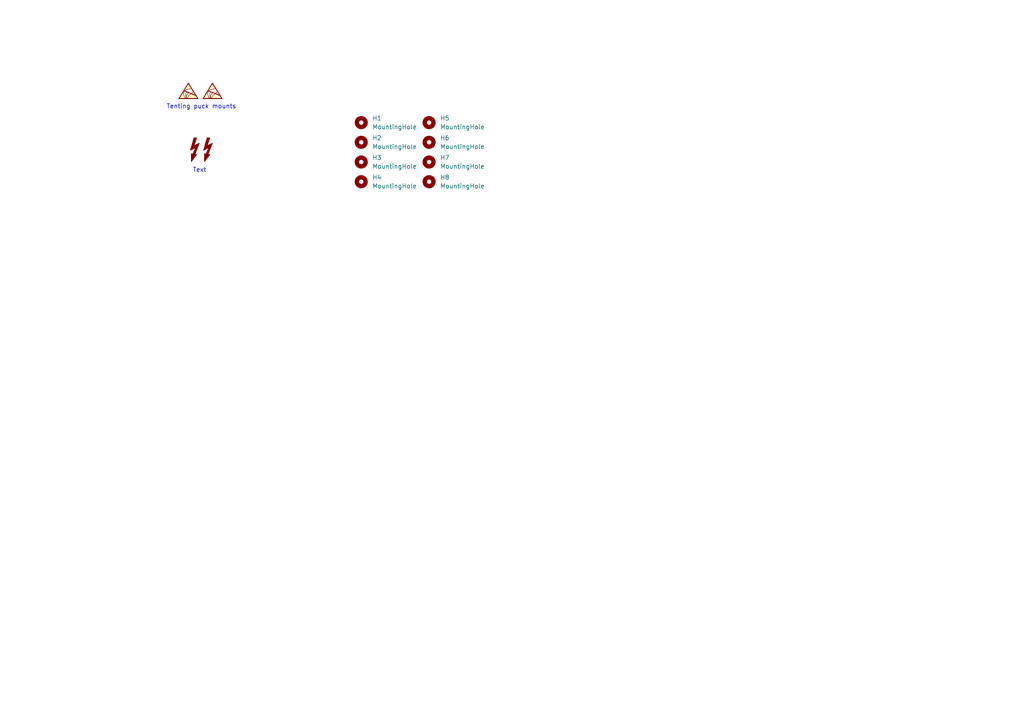
<source format=kicad_sch>
(kicad_sch (version 20230121) (generator eeschema)

  (uuid a42f76e8-4af1-47c2-8650-5cadb04ba763)

  (paper "A4")

  (title_block
    (title "chicklet")
    (date "2023-11-24")
    (rev "3")
    (company "EggsWorks, LLC")
    (comment 1 "github.com/eggsworks/chicklet")
    (comment 2 "a 38-key low profile split keyboard")
    (comment 3 "chicklet v1")
  )

  (lib_symbols
    (symbol "Graphic:SYM_ESD_Small" (in_bom no) (on_board no)
      (property "Reference" "#SYM" (at 0 3.556 0)
        (effects (font (size 1.27 1.27)) hide)
      )
      (property "Value" "SYM_ESD_Small" (at 0 -3.175 0)
        (effects (font (size 1.27 1.27)) hide)
      )
      (property "Footprint" "" (at 0 0.254 0)
        (effects (font (size 1.27 1.27)) hide)
      )
      (property "Datasheet" "~" (at 0 0.254 0)
        (effects (font (size 1.27 1.27)) hide)
      )
      (property "Sim.Enable" "0" (at 0 0 0)
        (effects (font (size 1.27 1.27)) hide)
      )
      (property "ki_keywords" "symbol ESD" (at 0 0 0)
        (effects (font (size 1.27 1.27)) hide)
      )
      (property "ki_description" "ESD warning/\"Do not touch\" symbol, small" (at 0 0 0)
        (effects (font (size 1.27 1.27)) hide)
      )
      (symbol "SYM_ESD_Small_0_0"
        (polyline
          (pts
            (xy -1.27 0.381)
            (xy 2.159 -1.016)
          )
          (stroke (width 0.254) (type default))
          (fill (type none))
        )
        (polyline
          (pts
            (xy -2.667 -1.905)
            (xy 2.794 -1.905)
            (xy 0 2.54)
            (xy -2.667 -1.905)
          )
          (stroke (width 0.254) (type default))
          (fill (type none))
        )
        (polyline
          (pts
            (xy 2.7432 -1.905)
            (xy 2.7178 -1.8796)
            (xy 2.6162 -1.6764)
            (xy 2.5654 -1.6002)
            (xy 2.4892 -1.4986)
            (xy 2.4384 -1.3716)
            (xy 1.7526 -0.2286)
            (xy 1.7018 -0.127)
            (xy 1.6256 -0.0508)
            (xy 1.6002 0.0508)
            (xy 1.5494 0.1016)
            (xy 1.4986 0.2032)
            (xy 1.4732 0.2286)
            (xy 1.4732 0.2032)
            (xy 1.4478 0.2032)
            (xy 1.3208 0.0762)
            (xy 1.2954 0.0254)
            (xy 1.2954 -0.0254)
            (xy 1.27 -0.0762)
            (xy 1.2446 -0.1524)
            (xy 1.143 -0.254)
            (xy 1.0922 -0.3302)
            (xy 1.0414 -0.3556)
            (xy 0.9144 -0.4826)
            (xy 0.762 -0.5842)
            (xy 0.6604 -0.6604)
            (xy 0.508 -0.762)
            (xy 0.4572 -0.8128)
            (xy 0.3556 -0.8636)
            (xy 0.3048 -0.9144)
            (xy 0.2286 -0.9652)
            (xy 0.0762 -1.1938)
            (xy 0.0254 -1.2954)
            (xy -0.0254 -1.4224)
            (xy -0.0508 -1.4986)
            (xy -0.1016 -1.5748)
            (xy -0.127 -1.651)
            (xy -0.1778 -1.6764)
            (xy -0.2032 -1.7272)
            (xy -0.254 -1.7526)
            (xy -0.4064 -1.7526)
            (xy -0.4064 -1.7272)
            (xy -0.4572 -1.7018)
            (xy -0.4826 -1.6256)
            (xy -0.508 -1.524)
            (xy -0.508 -1.0922)
            (xy -0.4572 -0.889)
            (xy -0.4064 -0.8128)
            (xy -0.254 -0.6604)
            (xy -0.2032 -0.5842)
            (xy -0.127 -0.5334)
            (xy -0.1016 -0.4826)
            (xy -0.0762 -0.4064)
            (xy -0.0508 -0.3556)
            (xy -0.0254 -0.3302)
            (xy -0.0254 -0.2794)
            (xy 0 -0.2286)
            (xy -0.0762 -0.1524)
            (xy -0.127 -0.127)
            (xy -0.1524 -0.0762)
            (xy -0.2032 -0.0508)
            (xy -0.2286 -0.0254)
            (xy -0.254 -0.0254)
            (xy -0.3048 -0.0762)
            (xy -0.3556 -0.1016)
            (xy -0.4318 -0.127)
            (xy -0.4826 -0.1524)
            (xy -0.5588 -0.2286)
            (xy -0.6096 -0.254)
            (xy -0.8382 -0.4826)
            (xy -0.8128 -0.5588)
            (xy -0.7874 -0.5842)
            (xy -0.7874 -0.8636)
            (xy -0.8128 -0.889)
            (xy -0.8128 -0.9652)
            (xy -0.762 -1.016)
            (xy -0.762 -1.0414)
            (xy -0.6604 -1.2954)
            (xy -0.6604 -1.5748)
            (xy -0.6858 -1.6002)
            (xy -0.6858 -1.6256)
            (xy -0.7366 -1.7018)
            (xy -0.8382 -1.7526)
            (xy -0.9144 -1.7526)
            (xy -0.9398 -1.7272)
            (xy -0.9652 -1.6764)
            (xy -1.016 -1.6002)
            (xy -1.0414 -1.524)
            (xy -1.143 -1.27)
            (xy -1.2192 -1.0414)
            (xy -1.27 -0.9652)
            (xy -1.2954 -0.889)
            (xy -1.3208 -0.8382)
            (xy -1.3208 -0.8128)
            (xy -1.3716 -0.7112)
            (xy -1.397 -0.5842)
            (xy -1.397 -0.4826)
            (xy -1.3716 -0.381)
            (xy -1.3208 -0.254)
            (xy -1.2954 -0.2032)
            (xy -1.1938 -0.0508)
            (xy -1.0414 0.1524)
            (xy -0.9906 0.2032)
            (xy -0.9652 0.254)
            (xy -0.9144 0.3302)
            (xy -0.889 0.381)
            (xy -0.8636 0.381)
            (xy -0.8128 0.508)
            (xy -0.6096 0.7112)
            (xy -0.5334 0.7366)
            (xy -0.508 0.762)
            (xy -0.4318 0.762)
            (xy -0.3556 0.7874)
            (xy -0.2286 0.8128)
            (xy -0.1016 0.8128)
            (xy 0.0508 0.8382)
            (xy 0.2032 0.8382)
            (xy 0.3048 0.8636)
            (xy 0.4826 0.8636)
            (xy 0.5334 0.889)
            (xy 0.5842 0.889)
            (xy 0.6858 0.9398)
            (xy 0.7112 0.9652)
            (xy 0.762 0.9906)
            (xy 0.8128 1.0414)
            (xy 0.8636 1.0668)
            (xy 0.889 1.1176)
            (xy 0.9144 1.143)
            (xy 0.9144 1.1938)
            (xy 0.889 1.2192)
            (xy 0.8636 1.27)
            (xy 0.8128 1.3462)
            (xy 0.7112 1.5494)
            (xy 0.635 1.651)
            (xy 0.5842 1.7526)
            (xy 0.508 1.8796)
            (xy 0.4572 1.9558)
            (xy 0.381 2.0828)
            (xy 0.3048 2.1844)
            (xy 0.254 2.286)
            (xy 0.2032 2.3622)
            (xy 0.1778 2.4384)
            (xy 0.1016 2.5146)
            (xy 0.1016 2.54)
            (xy 0.0762 2.5654)
            (xy 0.0762 2.5908)
            (xy 0.0254 2.5908)
            (xy 0.0254 2.5654)
            (xy -0.0254 2.5146)
            (xy -0.1016 2.3622)
            (xy -0.254 2.1336)
            (xy -0.3048 2.032)
            (xy -0.4572 1.778)
            (xy -0.5588 1.6256)
            (xy -0.762 1.27)
            (xy -0.889 1.0668)
            (xy -1.016 0.8382)
            (xy -1.1684 0.6096)
            (xy -1.3208 0.3302)
            (xy -1.397 0.2032)
            (xy -1.524 -0.0254)
            (xy -1.778 -0.4318)
            (xy -1.8796 -0.635)
            (xy -2.0066 -0.8128)
            (xy -2.1082 -0.9906)
            (xy -2.2098 -1.143)
            (xy -2.286 -1.2954)
            (xy -2.4384 -1.5494)
            (xy -2.4892 -1.651)
            (xy -2.5654 -1.7526)
            (xy -2.5908 -1.8288)
            (xy -2.6162 -1.8796)
            (xy -2.6416 -1.905)
            (xy -2.6416 -1.9304)
            (xy 2.7432 -1.9304)
            (xy 2.7432 -1.905)
          )
          (stroke (width 0.127) (type default))
          (fill (type background))
        )
      )
    )
    (symbol "Graphic:SYM_Flash_Small" (in_bom no) (on_board no)
      (property "Reference" "#SYM" (at -2.286 0 90)
        (effects (font (size 1.27 1.27)) hide)
      )
      (property "Value" "SYM_Flash_Small" (at 2.286 0 90)
        (effects (font (size 1.27 1.27)) hide)
      )
      (property "Footprint" "" (at 0 -0.635 0)
        (effects (font (size 1.27 1.27)) hide)
      )
      (property "Datasheet" "~" (at 10.16 -2.54 0)
        (effects (font (size 1.27 1.27)) hide)
      )
      (property "Sim.Enable" "0" (at 0 0 0)
        (effects (font (size 1.27 1.27)) hide)
      )
      (property "ki_keywords" "graphic symbol flash VAC 220VAC 110VAC power" (at 0 0 0)
        (effects (font (size 1.27 1.27)) hide)
      )
      (property "ki_description" "Flash symbol, small" (at 0 0 0)
        (effects (font (size 1.27 1.27)) hide)
      )
      (symbol "SYM_Flash_Small_0_1"
        (polyline
          (pts
            (xy 0.508 -1.016)
            (xy -1.016 -0.762)
            (xy -1.016 -3.048)
            (xy 0.508 -1.016)
          )
          (stroke (width 0.2032) (type default))
          (fill (type outline))
        )
        (polyline
          (pts
            (xy -0.254 3.81)
            (xy 0.508 3.81)
            (xy -0.254 1.524)
            (xy 1.27 2.286)
            (xy 0 -1.016)
            (xy -0.508 -0.762)
            (xy 0.254 1.016)
            (xy -1.27 0.254)
            (xy -0.254 3.81)
          )
          (stroke (width 0.2032) (type default))
          (fill (type outline))
        )
      )
    )
    (symbol "Mechanical:MountingHole" (pin_names (offset 1.016)) (in_bom yes) (on_board yes)
      (property "Reference" "H" (at 0 5.08 0)
        (effects (font (size 1.27 1.27)))
      )
      (property "Value" "MountingHole" (at 0 3.175 0)
        (effects (font (size 1.27 1.27)))
      )
      (property "Footprint" "" (at 0 0 0)
        (effects (font (size 1.27 1.27)) hide)
      )
      (property "Datasheet" "~" (at 0 0 0)
        (effects (font (size 1.27 1.27)) hide)
      )
      (property "ki_keywords" "mounting hole" (at 0 0 0)
        (effects (font (size 1.27 1.27)) hide)
      )
      (property "ki_description" "Mounting Hole without connection" (at 0 0 0)
        (effects (font (size 1.27 1.27)) hide)
      )
      (property "ki_fp_filters" "MountingHole*" (at 0 0 0)
        (effects (font (size 1.27 1.27)) hide)
      )
      (symbol "MountingHole_0_1"
        (circle (center 0 0) (radius 1.27)
          (stroke (width 1.27) (type default))
          (fill (type none))
        )
      )
    )
  )


  (text "Text\n" (at 55.88 50.165 0)
    (effects (font (size 1.27 1.27)) (justify left bottom))
    (uuid 6a38694b-3189-4819-ab09-4216daa333bf)
  )
  (text "Tenting puck mounts" (at 48.26 31.75 0)
    (effects (font (size 1.27 1.27)) (justify left bottom))
    (uuid 9779024b-07e3-447b-93e9-08df7b45570f)
  )

  (symbol (lib_id "Graphic:SYM_ESD_Small") (at 61.595 26.67 0) (unit 1)
    (in_bom no) (on_board yes) (dnp no) (fields_autoplaced)
    (uuid 25da69d9-0d59-4398-8a2e-1f0ab7e14376)
    (property "Reference" "#TP2" (at 59.309 26.67 90)
      (effects (font (size 1.27 1.27)) hide)
    )
    (property "Value" "SYM_Flash_Small" (at 63.881 26.67 90)
      (effects (font (size 1.27 1.27)) hide)
    )
    (property "Footprint" "chicklet-v1:Tenting_Puck" (at 61.595 26.416 0)
      (effects (font (size 1.27 1.27)) hide)
    )
    (property "Datasheet" "~" (at 61.595 26.416 0)
      (effects (font (size 1.27 1.27)) hide)
    )
    (property "Sim.Enable" "0" (at 61.595 26.67 0)
      (effects (font (size 1.27 1.27)) hide)
    )
    (instances
      (project "chicklet-v1"
        (path "/d23fbe98-d5e8-4416-9535-f408b7add0ef/268a93e8-fa23-43a8-af13-b9fb3dc1a806"
          (reference "#TP2") (unit 1)
        )
      )
    )
  )

  (symbol (lib_id "Graphic:SYM_Flash_Small") (at 60.325 43.815 0) (unit 1)
    (in_bom no) (on_board yes) (dnp no) (fields_autoplaced)
    (uuid 2880af9e-8483-44c3-9313-60cd0f983fb4)
    (property "Reference" "#SYM2" (at 58.039 43.815 90)
      (effects (font (size 1.27 1.27)) hide)
    )
    (property "Value" "SYM_Flash_Small" (at 62.611 43.815 90)
      (effects (font (size 1.27 1.27)) hide)
    )
    (property "Footprint" "chicklet-v1:egg58url" (at 60.325 44.45 0)
      (effects (font (size 1.27 1.27)) hide)
    )
    (property "Datasheet" "~" (at 70.485 46.355 0)
      (effects (font (size 1.27 1.27)) hide)
    )
    (property "Sim.Enable" "0" (at 60.325 43.815 0)
      (effects (font (size 1.27 1.27)) hide)
    )
    (instances
      (project "chicklet-v1"
        (path "/d23fbe98-d5e8-4416-9535-f408b7add0ef/268a93e8-fa23-43a8-af13-b9fb3dc1a806"
          (reference "#SYM2") (unit 1)
        )
      )
    )
  )

  (symbol (lib_id "Mechanical:MountingHole") (at 104.775 41.275 180) (unit 1)
    (in_bom no) (on_board yes) (dnp no) (fields_autoplaced)
    (uuid 3de99d8a-328c-4b3b-97e8-50cd135e3cd2)
    (property "Reference" "H2" (at 107.95 40.0049 0)
      (effects (font (size 1.27 1.27)) (justify right))
    )
    (property "Value" "MountingHole" (at 107.95 42.5449 0)
      (effects (font (size 1.27 1.27)) (justify right))
    )
    (property "Footprint" "MountingHole:MountingHole_2.2mm_M2" (at 104.775 41.275 0)
      (effects (font (size 1.27 1.27)) hide)
    )
    (property "Datasheet" "~" (at 104.775 41.275 0)
      (effects (font (size 1.27 1.27)) hide)
    )
    (instances
      (project "chicklet-v1"
        (path "/d23fbe98-d5e8-4416-9535-f408b7add0ef/268a93e8-fa23-43a8-af13-b9fb3dc1a806"
          (reference "H2") (unit 1)
        )
      )
    )
  )

  (symbol (lib_id "Mechanical:MountingHole") (at 124.46 46.99 180) (unit 1)
    (in_bom no) (on_board yes) (dnp no) (fields_autoplaced)
    (uuid 4ecf66ea-efa6-416f-9a71-bc814dad3579)
    (property "Reference" "H7" (at 127.635 45.7199 0)
      (effects (font (size 1.27 1.27)) (justify right))
    )
    (property "Value" "MountingHole" (at 127.635 48.2599 0)
      (effects (font (size 1.27 1.27)) (justify right))
    )
    (property "Footprint" "MountingHole:MountingHole_2.2mm_M2" (at 124.46 46.99 0)
      (effects (font (size 1.27 1.27)) hide)
    )
    (property "Datasheet" "~" (at 124.46 46.99 0)
      (effects (font (size 1.27 1.27)) hide)
    )
    (instances
      (project "chicklet-v1"
        (path "/d23fbe98-d5e8-4416-9535-f408b7add0ef/268a93e8-fa23-43a8-af13-b9fb3dc1a806"
          (reference "H7") (unit 1)
        )
      )
    )
  )

  (symbol (lib_id "Mechanical:MountingHole") (at 124.46 41.275 180) (unit 1)
    (in_bom no) (on_board yes) (dnp no) (fields_autoplaced)
    (uuid 67e16639-e257-4a34-990c-5aa5f1188a76)
    (property "Reference" "H6" (at 127.635 40.0049 0)
      (effects (font (size 1.27 1.27)) (justify right))
    )
    (property "Value" "MountingHole" (at 127.635 42.5449 0)
      (effects (font (size 1.27 1.27)) (justify right))
    )
    (property "Footprint" "MountingHole:MountingHole_2.2mm_M2" (at 124.46 41.275 0)
      (effects (font (size 1.27 1.27)) hide)
    )
    (property "Datasheet" "~" (at 124.46 41.275 0)
      (effects (font (size 1.27 1.27)) hide)
    )
    (instances
      (project "chicklet-v1"
        (path "/d23fbe98-d5e8-4416-9535-f408b7add0ef/268a93e8-fa23-43a8-af13-b9fb3dc1a806"
          (reference "H6") (unit 1)
        )
      )
    )
  )

  (symbol (lib_id "Graphic:SYM_Flash_Small") (at 56.515 43.815 0) (unit 1)
    (in_bom no) (on_board yes) (dnp no) (fields_autoplaced)
    (uuid 93c7a95f-14c5-41e1-a61d-876abea51f4c)
    (property "Reference" "#SYM1" (at 54.229 43.815 90)
      (effects (font (size 1.27 1.27)) hide)
    )
    (property "Value" "SYM_Flash_Small" (at 58.801 43.815 90)
      (effects (font (size 1.27 1.27)) hide)
    )
    (property "Footprint" "chicklet-v1:egg58url" (at 56.515 44.45 0)
      (effects (font (size 1.27 1.27)) hide)
    )
    (property "Datasheet" "~" (at 66.675 46.355 0)
      (effects (font (size 1.27 1.27)) hide)
    )
    (property "Sim.Enable" "0" (at 56.515 43.815 0)
      (effects (font (size 1.27 1.27)) hide)
    )
    (instances
      (project "chicklet-v1"
        (path "/d23fbe98-d5e8-4416-9535-f408b7add0ef/268a93e8-fa23-43a8-af13-b9fb3dc1a806"
          (reference "#SYM1") (unit 1)
        )
      )
    )
  )

  (symbol (lib_id "Mechanical:MountingHole") (at 124.46 35.56 180) (unit 1)
    (in_bom no) (on_board yes) (dnp no) (fields_autoplaced)
    (uuid a6e4438e-ce45-4f79-b3ce-44850e55652a)
    (property "Reference" "H5" (at 127.635 34.2899 0)
      (effects (font (size 1.27 1.27)) (justify right))
    )
    (property "Value" "MountingHole" (at 127.635 36.8299 0)
      (effects (font (size 1.27 1.27)) (justify right))
    )
    (property "Footprint" "MountingHole:MountingHole_2.2mm_M2" (at 124.46 35.56 0)
      (effects (font (size 1.27 1.27)) hide)
    )
    (property "Datasheet" "~" (at 124.46 35.56 0)
      (effects (font (size 1.27 1.27)) hide)
    )
    (instances
      (project "chicklet-v1"
        (path "/d23fbe98-d5e8-4416-9535-f408b7add0ef/268a93e8-fa23-43a8-af13-b9fb3dc1a806"
          (reference "H5") (unit 1)
        )
      )
    )
  )

  (symbol (lib_id "Mechanical:MountingHole") (at 104.775 52.705 180) (unit 1)
    (in_bom no) (on_board yes) (dnp no) (fields_autoplaced)
    (uuid a9ceb5aa-8d59-4876-a73d-0b5103dddf14)
    (property "Reference" "H4" (at 107.95 51.4349 0)
      (effects (font (size 1.27 1.27)) (justify right))
    )
    (property "Value" "MountingHole" (at 107.95 53.9749 0)
      (effects (font (size 1.27 1.27)) (justify right))
    )
    (property "Footprint" "MountingHole:MountingHole_2.2mm_M2" (at 104.775 52.705 0)
      (effects (font (size 1.27 1.27)) hide)
    )
    (property "Datasheet" "~" (at 104.775 52.705 0)
      (effects (font (size 1.27 1.27)) hide)
    )
    (instances
      (project "chicklet-v1"
        (path "/d23fbe98-d5e8-4416-9535-f408b7add0ef/268a93e8-fa23-43a8-af13-b9fb3dc1a806"
          (reference "H4") (unit 1)
        )
      )
    )
  )

  (symbol (lib_id "Mechanical:MountingHole") (at 124.46 52.705 180) (unit 1)
    (in_bom no) (on_board yes) (dnp no) (fields_autoplaced)
    (uuid cb86b213-9eea-4d81-9df6-710c6b4f3841)
    (property "Reference" "H8" (at 127.635 51.4349 0)
      (effects (font (size 1.27 1.27)) (justify right))
    )
    (property "Value" "MountingHole" (at 127.635 53.9749 0)
      (effects (font (size 1.27 1.27)) (justify right))
    )
    (property "Footprint" "MountingHole:MountingHole_2.2mm_M2" (at 124.46 52.705 0)
      (effects (font (size 1.27 1.27)) hide)
    )
    (property "Datasheet" "~" (at 124.46 52.705 0)
      (effects (font (size 1.27 1.27)) hide)
    )
    (instances
      (project "chicklet-v1"
        (path "/d23fbe98-d5e8-4416-9535-f408b7add0ef/268a93e8-fa23-43a8-af13-b9fb3dc1a806"
          (reference "H8") (unit 1)
        )
      )
    )
  )

  (symbol (lib_id "Graphic:SYM_ESD_Small") (at 54.61 26.67 0) (unit 1)
    (in_bom no) (on_board yes) (dnp no) (fields_autoplaced)
    (uuid d0421e5d-3dee-4efb-a998-0da13e0067e8)
    (property "Reference" "#TP1" (at 52.324 26.67 90)
      (effects (font (size 1.27 1.27)) hide)
    )
    (property "Value" "SYM_Flash_Small" (at 56.896 26.67 90)
      (effects (font (size 1.27 1.27)) hide)
    )
    (property "Footprint" "chicklet-v1:Tenting_Puck" (at 54.61 26.416 0)
      (effects (font (size 1.27 1.27)) hide)
    )
    (property "Datasheet" "~" (at 54.61 26.416 0)
      (effects (font (size 1.27 1.27)) hide)
    )
    (property "Sim.Enable" "0" (at 54.61 26.67 0)
      (effects (font (size 1.27 1.27)) hide)
    )
    (instances
      (project "chicklet-v1"
        (path "/d23fbe98-d5e8-4416-9535-f408b7add0ef/268a93e8-fa23-43a8-af13-b9fb3dc1a806"
          (reference "#TP1") (unit 1)
        )
      )
    )
  )

  (symbol (lib_id "Mechanical:MountingHole") (at 104.775 35.56 180) (unit 1)
    (in_bom no) (on_board yes) (dnp no) (fields_autoplaced)
    (uuid dc90e46f-b823-4e23-8046-88423efc5598)
    (property "Reference" "H1" (at 107.95 34.2899 0)
      (effects (font (size 1.27 1.27)) (justify right))
    )
    (property "Value" "MountingHole" (at 107.95 36.8299 0)
      (effects (font (size 1.27 1.27)) (justify right))
    )
    (property "Footprint" "MountingHole:MountingHole_2.2mm_M2" (at 104.775 35.56 0)
      (effects (font (size 1.27 1.27)) hide)
    )
    (property "Datasheet" "~" (at 104.775 35.56 0)
      (effects (font (size 1.27 1.27)) hide)
    )
    (instances
      (project "chicklet-v1"
        (path "/d23fbe98-d5e8-4416-9535-f408b7add0ef/268a93e8-fa23-43a8-af13-b9fb3dc1a806"
          (reference "H1") (unit 1)
        )
      )
    )
  )

  (symbol (lib_id "Mechanical:MountingHole") (at 104.775 46.99 180) (unit 1)
    (in_bom no) (on_board yes) (dnp no) (fields_autoplaced)
    (uuid f744ad0b-3912-4b0a-8e4a-cd47d8265cc7)
    (property "Reference" "H3" (at 107.95 45.7199 0)
      (effects (font (size 1.27 1.27)) (justify right))
    )
    (property "Value" "MountingHole" (at 107.95 48.2599 0)
      (effects (font (size 1.27 1.27)) (justify right))
    )
    (property "Footprint" "MountingHole:MountingHole_2.2mm_M2" (at 104.775 46.99 0)
      (effects (font (size 1.27 1.27)) hide)
    )
    (property "Datasheet" "~" (at 104.775 46.99 0)
      (effects (font (size 1.27 1.27)) hide)
    )
    (instances
      (project "chicklet-v1"
        (path "/d23fbe98-d5e8-4416-9535-f408b7add0ef/268a93e8-fa23-43a8-af13-b9fb3dc1a806"
          (reference "H3") (unit 1)
        )
      )
    )
  )
)

</source>
